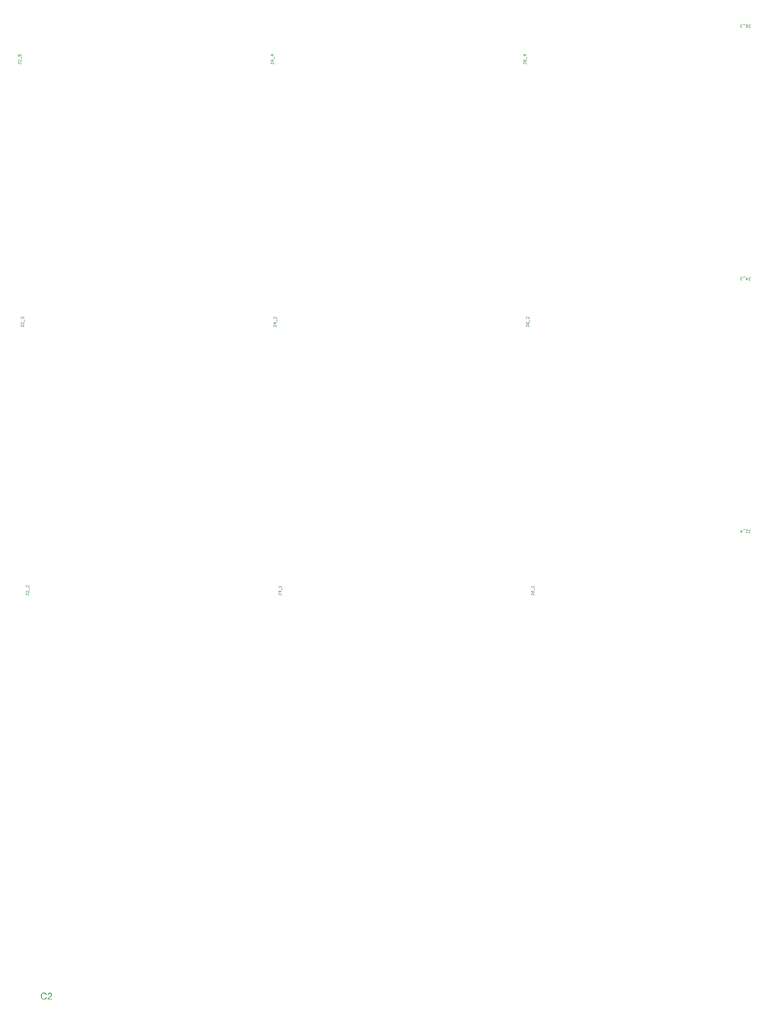
<source format=gbo>
%FSTAX23Y23*%
%MOIN*%
%SFA1B1*%

%IPPOS*%
%ADD69C,0.001630*%
%LNmergedpcbs-1*%
%LPD*%
G36*
X35427Y22389D02*
X35427Y22389D01*
X35428Y22389*
X35429Y22389*
X35429Y22389*
X35431Y22388*
X35433Y22388*
X35434Y22387*
X35435Y22387*
X35436Y22386*
X35437Y22385*
X35437Y22385*
X35437Y22385*
X35437Y22385*
X35437Y22385*
X35438Y22384*
X35438Y22384*
X35438Y22383*
X35439Y22383*
X3544Y22381*
X3544Y2238*
X35441Y22379*
X35441Y22378*
X35441Y22377*
X35441Y22376*
Y22375*
Y22375*
X35441Y22374*
X35441Y22374*
X35441Y22373*
X3544Y22372*
X3544Y22371*
X3544Y2237*
X3544Y2237*
X35439Y22369*
X35439Y22369*
X35439Y22368*
X35438Y22367*
X35437Y22366*
X35437Y22365*
X35436Y22364*
X35435Y22363*
X35435Y22363*
X35435Y22363*
X35434Y22362*
X35434Y22362*
X35433Y22361*
X35433Y22361*
X35432Y2236*
X35431Y22359*
X3543Y22359*
X3543Y22358*
X35429Y22357*
X35427Y22356*
X35426Y22355*
X35426Y22355*
X35426Y22355*
X35426Y22354*
X35425Y22354*
X35425Y22354*
X35424Y22353*
X35423Y22352*
X35422Y22351*
X35421Y2235*
X3542Y22349*
X3542Y22349*
X35419Y22349*
X35419Y22349*
X35419Y22348*
X35419Y22348*
X35418Y22348*
X35418Y22347*
X35417Y22347*
X35417Y22345*
X35441*
Y2234*
X35408*
Y2234*
Y2234*
Y2234*
X35408Y22341*
X35408Y22342*
X35408Y22342*
X35409Y22343*
X35409Y22344*
Y22344*
X35409Y22344*
X35409Y22344*
X35409Y22345*
X3541Y22346*
X3541Y22347*
X35411Y22348*
X35412Y22349*
X35413Y2235*
Y2235*
X35413Y2235*
X35413Y22351*
X35414Y22352*
X35415Y22352*
X35416Y22354*
X35417Y22355*
X35419Y22356*
X35421Y22358*
X35421Y22358*
X35421Y22358*
X35422Y22358*
X35422Y22359*
X35423Y22359*
X35424Y2236*
X35424Y22361*
X35425Y22362*
X35427Y22363*
X35429Y22365*
X3543Y22366*
X3543Y22367*
X35431Y22368*
X35432Y22368*
Y22368*
X35432Y22368*
X35432Y22369*
X35432Y22369*
X35433Y2237*
X35433Y22371*
X35434Y22372*
X35434Y22373*
X35435Y22374*
X35435Y22376*
Y22376*
Y22376*
X35435Y22376*
X35435Y22377*
X35434Y22378*
X35434Y22379*
X35434Y2238*
X35433Y22381*
X35432Y22382*
X35432Y22382*
X35432Y22382*
X35431Y22383*
X3543Y22383*
X35429Y22384*
X35428Y22384*
X35427Y22384*
X35425Y22384*
X35425*
X35425Y22384*
X35424Y22384*
X35423Y22384*
X35422Y22384*
X3542Y22383*
X35419Y22383*
X35418Y22382*
X35418Y22382*
X35418Y22381*
X35417Y22381*
X35417Y2238*
X35416Y22379*
X35416Y22377*
X35416Y22376*
X35416Y22374*
X35409Y22375*
Y22375*
X35409Y22375*
Y22376*
X35409Y22376*
X3541Y22377*
X3541Y22377*
X3541Y22378*
X3541Y22379*
X35411Y22381*
X35412Y22382*
X35412Y22383*
X35413Y22384*
X35413Y22385*
X35414Y22386*
X35414Y22386*
X35414Y22386*
X35414Y22386*
X35415Y22386*
X35415Y22386*
X35416Y22387*
X35416Y22387*
X35417Y22387*
X35418Y22388*
X35419Y22388*
X3542Y22388*
X35421Y22389*
X35422Y22389*
X35423Y22389*
X35424Y22389*
X35425Y22389*
X35426*
X35427Y22389*
G37*
G36*
X35384Y2239D02*
X35385Y2239D01*
X35386Y2239*
X35386Y2239*
X35387Y22389*
X35389Y22389*
X35391Y22388*
X35392Y22388*
X35393Y22387*
X35394Y22387*
X35395Y22386*
X35395Y22386*
X35396Y22386*
X35396Y22386*
X35396Y22385*
X35397Y22385*
X35397Y22385*
X35398Y22384*
X35398Y22383*
X35399Y22383*
X35399Y22382*
X354Y22381*
X35401Y2238*
X35401Y22379*
X35402Y22378*
X35402Y22377*
X35403Y22375*
X35396Y22374*
Y22374*
X35396Y22374*
X35396Y22374*
X35396Y22375*
X35396Y22375*
X35395Y22376*
X35395Y22377*
X35394Y22378*
X35393Y2238*
X35392Y22381*
X35391Y22382*
X35391Y22382*
X3539Y22382*
X3539Y22383*
X35389Y22383*
X35388Y22384*
X35386Y22384*
X35385Y22384*
X35383Y22384*
X35382*
X35382Y22384*
X35381*
X35381Y22384*
X35379Y22384*
X35378Y22384*
X35376Y22383*
X35375Y22383*
X35373Y22382*
X35373*
X35373Y22381*
X35372Y22381*
X35372Y22381*
X35371Y2238*
X3537Y22379*
X35369Y22377*
X35368Y22376*
X35368Y22374*
Y22374*
X35368Y22374*
X35368Y22374*
X35368Y22373*
X35367Y22373*
X35367Y22372*
X35367Y22371*
X35367Y2237*
X35366Y22368*
X35366Y22367*
X35366Y22365*
Y22365*
Y22364*
Y22364*
Y22364*
X35366Y22363*
Y22362*
X35366Y22362*
X35366Y22361*
X35367Y22359*
X35367Y22357*
X35367Y22355*
X35368Y22354*
Y22354*
X35368Y22353*
X35368Y22353*
X35368Y22353*
X35369Y22352*
X35369Y22351*
X3537Y2235*
X35371Y22349*
X35372Y22348*
X35374Y22347*
X35374*
X35374Y22346*
X35374Y22346*
X35374Y22346*
X35375Y22346*
X35375Y22346*
X35376Y22345*
X35378Y22345*
X35379Y22345*
X35381Y22344*
X35382Y22344*
X35383*
X35383Y22344*
X35384*
X35384Y22344*
X35385Y22345*
X35387Y22345*
X35388Y22346*
X3539Y22346*
X35391Y22347*
X35392Y22347*
X35392Y22347*
X35392Y22348*
X35392Y22348*
X35392Y22348*
X35392Y22348*
X35393Y22349*
X35393Y22349*
X35394Y2235*
X35394Y2235*
X35395Y22351*
X35395Y22352*
X35395Y22353*
X35396Y22354*
X35396Y22355*
X35397Y22356*
X35397Y22357*
X35403Y22355*
Y22355*
X35403Y22355*
X35403Y22354*
X35403Y22354*
X35403Y22353*
X35402Y22352*
X35402Y22352*
X35402Y22351*
X35401Y22349*
X35399Y22347*
X35399Y22346*
X35398Y22345*
X35397Y22344*
X35396Y22343*
X35396Y22343*
X35396Y22343*
X35395Y22343*
X35395Y22342*
X35394Y22342*
X35394Y22342*
X35393Y22341*
X35392Y22341*
X35391Y2234*
X3539Y2234*
X35389Y2234*
X35388Y22339*
X35387Y22339*
X35386Y22339*
X35384Y22339*
X35383Y22339*
X35382*
X35381Y22339*
X35381*
X3538Y22339*
X35379Y22339*
X35378Y22339*
X35376Y22339*
X35374Y2234*
X35372Y22341*
X35371Y22341*
X3537Y22342*
X3537Y22342*
X3537Y22342*
X35369Y22342*
X35369Y22343*
X35369Y22343*
X35368Y22343*
X35367Y22344*
X35367Y22344*
X35366Y22345*
X35366Y22346*
X35364Y22347*
X35363Y22349*
X35362Y22351*
Y22351*
X35362Y22352*
X35362Y22352*
X35362Y22352*
X35362Y22353*
X35361Y22354*
X35361Y22354*
X35361Y22355*
X35361Y22356*
X3536Y22357*
X3536Y2236*
X3536Y22362*
X3536Y22365*
Y22365*
Y22365*
Y22365*
X3536Y22366*
Y22367*
X3536Y22367*
X3536Y22368*
X3536Y22369*
X3536Y22371*
X35361Y22374*
X35361Y22376*
X35362Y22378*
X35363Y22378*
X35363Y22378*
X35363Y22379*
X35363Y22379*
X35363Y2238*
X35364Y2238*
X35365Y22381*
X35366Y22383*
X35367Y22384*
X35369Y22386*
X35371Y22387*
X35371Y22387*
X35371Y22387*
X35371Y22387*
X35372Y22387*
X35372Y22388*
X35373Y22388*
X35374Y22388*
X35374Y22388*
X35375Y22389*
X35376Y22389*
X35378Y22389*
X35381Y2239*
X35383Y2239*
X35384*
X35384Y2239*
G37*
G54D69*
X3525Y25314D02*
Y25307D01*
Y25311*
X35266*
X3527Y25307*
Y25304*
X35266Y25301*
X3527Y25335D02*
Y25321D01*
X35256Y25335*
X35253*
X3525Y25331*
Y25324*
X35253Y25321*
X35273Y25341D02*
Y25355D01*
X3527Y25375D02*
Y25362D01*
X35256Y25375*
X35253*
X3525Y25372*
Y25365*
X35253Y25362*
X371Y25314D02*
Y25307D01*
Y25311*
X37117*
X3712Y25307*
Y25304*
X37117Y25301*
X3712Y25331D02*
X371D01*
X3711Y25321*
Y25335*
X37123Y25341D02*
Y25355D01*
X3712Y25362D02*
Y25368D01*
Y25365*
X371*
X37103Y25362*
X3895Y25314D02*
Y25307D01*
Y25311*
X38967*
X3897Y25307*
Y25304*
X38967Y25301*
X3895Y25335D02*
X38953Y25328D01*
X3896Y25321*
X38967*
X3897Y25324*
Y25331*
X38967Y25335*
X38963*
X3896Y25331*
Y25321*
X38973Y25341D02*
Y25355D01*
X3897Y25362D02*
Y25368D01*
Y25365*
X3895*
X38953Y25362*
X35215Y27279D02*
Y27272D01*
Y27276*
X35231*
X35235Y27272*
Y27269*
X35231Y27266*
X35235Y273D02*
Y27286D01*
X35221Y273*
X35218*
X35215Y27296*
Y27289*
X35218Y27286*
X35238Y27306D02*
Y2732D01*
X35218Y27327D02*
X35215Y2733D01*
Y27337*
X35218Y2734*
X35221*
X35225Y27337*
Y27333*
Y27337*
X35228Y2734*
X35231*
X35235Y27337*
Y2733*
X35231Y27327*
X37065Y27279D02*
Y27272D01*
Y27276*
X37081*
X37085Y27272*
Y27269*
X37081Y27266*
X37085Y27296D02*
X37065D01*
X37075Y27286*
Y273*
X37088Y27306D02*
Y2732D01*
X37085Y2734D02*
Y27327D01*
X37071Y2734*
X37068*
X37065Y27337*
Y2733*
X37068Y27327*
X38915Y27279D02*
Y27272D01*
Y27276*
X38932*
X38935Y27272*
Y27269*
X38932Y27266*
X38915Y273D02*
X38918Y27293D01*
X38925Y27286*
X38932*
X38935Y27289*
Y27296*
X38932Y273*
X38928*
X38925Y27296*
Y27286*
X38938Y27306D02*
Y2732D01*
X38935Y2734D02*
Y27327D01*
X38921Y2734*
X38918*
X38915Y27337*
Y2733*
X38918Y27327*
X40545Y2576D02*
X40552D01*
X40548*
Y25776*
X40552Y2578*
X40555*
X40558Y25776*
X40525Y2578D02*
X40538D01*
X40525Y25766*
Y25763*
X40528Y2576*
X40535*
X40538Y25763*
X40518Y25783D02*
X40504D01*
X40487Y2578D02*
Y2576D01*
X40497Y2577*
X40484*
X40545Y2761D02*
X40552D01*
X40548*
Y27627*
X40552Y2763*
X40555*
X40558Y27627*
X40528Y2763D02*
Y2761D01*
X40538Y2762*
X40525*
X40518Y27633D02*
X40504D01*
X40497Y27613D02*
X40494Y2761D01*
X40487*
X40484Y27613*
Y27616*
X40487Y2762*
X40491*
X40487*
X40484Y27623*
Y27627*
X40487Y2763*
X40494*
X40497Y27627*
X40545Y2946D02*
X40552D01*
X40548*
Y29477*
X40552Y2948*
X40555*
X40558Y29477*
X40525Y2946D02*
X40531Y29463D01*
X40538Y2947*
Y29477*
X40535Y2948*
X40528*
X40525Y29477*
Y29473*
X40528Y2947*
X40538*
X40518Y29483D02*
X40504D01*
X40497Y29463D02*
X40494Y2946D01*
X40487*
X40484Y29463*
Y29466*
X40487Y2947*
X40491*
X40487*
X40484Y29473*
Y29477*
X40487Y2948*
X40494*
X40497Y29477*
X35195Y29204D02*
Y29197D01*
Y29201*
X35211*
X35215Y29197*
Y29194*
X35211Y29191*
X35215Y29225D02*
Y29211D01*
X35201Y29225*
X35198*
X35195Y29221*
Y29214*
X35198Y29211*
X35218Y29231D02*
Y29245D01*
X35195Y29265D02*
Y29252D01*
X35205*
X35201Y29258*
Y29262*
X35205Y29265*
X35211*
X35215Y29262*
Y29255*
X35211Y29252*
X37045Y29204D02*
Y29197D01*
Y29201*
X37062*
X37065Y29197*
Y29194*
X37062Y29191*
X37065Y29221D02*
X37045D01*
X37055Y29211*
Y29225*
X37068Y29231D02*
Y29245D01*
X37065Y29262D02*
X37045D01*
X37055Y29252*
Y29265*
X38895Y29204D02*
Y29197D01*
Y29201*
X38911*
X38915Y29197*
Y29194*
X38911Y29191*
X38895Y29225D02*
X38898Y29218D01*
X38905Y29211*
X38911*
X38915Y29214*
Y29221*
X38911Y29225*
X38908*
X38905Y29221*
Y29211*
X38918Y29231D02*
Y29245D01*
X38915Y29262D02*
X38895D01*
X38905Y29252*
Y29265*
M02*
</source>
